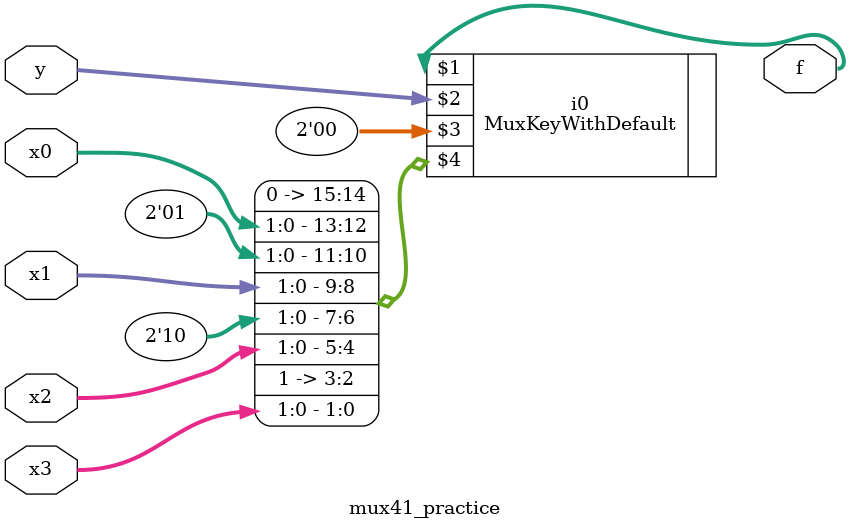
<source format=v>
`include "mux_key.v"

module mux41_practice (
    input [1:0] x0, // 输入x0
    input [1:0] x1, // 输入x1
    input [1:0] x2, // 输入x2
    input [1:0] x3, // 输入x3
    input [1:0] y, // 控制端y
    output [1:0] f // 输出f
);
    MuxKeyWithDefault #(4, 2, 2) i0 (f, y, 2'b00, {
        2'b00, x0,
        2'b01, x1,
        2'b10, x2,
        2'b11, x3
    });
endmodule

</source>
